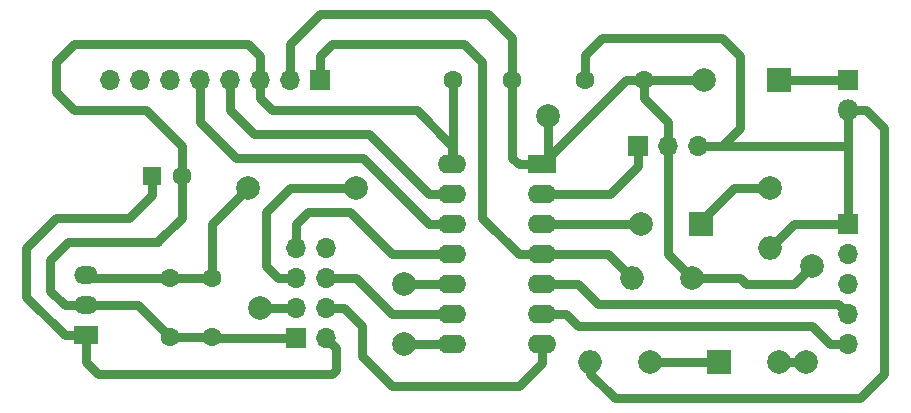
<source format=gbr>
G04 #@! TF.GenerationSoftware,KiCad,Pcbnew,(5.1.5)-3*
G04 #@! TF.CreationDate,2021-12-16T11:03:43-06:00*
G04 #@! TF.ProjectId,Gripper_Receiver,47726970-7065-4725-9f52-656365697665,rev?*
G04 #@! TF.SameCoordinates,Original*
G04 #@! TF.FileFunction,Copper,L1,Top*
G04 #@! TF.FilePolarity,Positive*
%FSLAX46Y46*%
G04 Gerber Fmt 4.6, Leading zero omitted, Abs format (unit mm)*
G04 Created by KiCad (PCBNEW (5.1.5)-3) date 2021-12-16 11:03:43*
%MOMM*%
%LPD*%
G04 APERTURE LIST*
%ADD10O,1.800000X1.800000*%
%ADD11R,1.800000X1.800000*%
%ADD12C,1.998980*%
%ADD13R,1.998980X1.998980*%
%ADD14C,1.600000*%
%ADD15C,2.000000*%
%ADD16R,2.000000X2.000000*%
%ADD17R,2.000000X1.500000*%
%ADD18O,2.000000X1.500000*%
%ADD19O,1.700000X1.700000*%
%ADD20R,1.700000X1.700000*%
%ADD21O,2.400000X1.600000*%
%ADD22R,2.400000X1.600000*%
%ADD23O,2.000000X2.000000*%
%ADD24R,1.600000X1.600000*%
%ADD25C,0.800000*%
G04 APERTURE END LIST*
D10*
X198120000Y-71120000D03*
D11*
X198120000Y-68580000D03*
D12*
X185928000Y-68580000D03*
D13*
X192278000Y-68580000D03*
D14*
X164672000Y-68580000D03*
X169672000Y-68580000D03*
D15*
X180594000Y-80772000D03*
D16*
X185674000Y-80772000D03*
D15*
X192278000Y-92456000D03*
D16*
X187198000Y-92456000D03*
D17*
X133604000Y-90170000D03*
D18*
X133604000Y-85090000D03*
X133604000Y-87630000D03*
D19*
X153924000Y-82804000D03*
X151384000Y-82804000D03*
X153924000Y-85344000D03*
X151384000Y-85344000D03*
X153924000Y-87884000D03*
X151384000Y-87884000D03*
X153924000Y-90424000D03*
D20*
X151384000Y-90424000D03*
D21*
X164592000Y-75692000D03*
X172212000Y-90932000D03*
X164592000Y-78232000D03*
X172212000Y-88392000D03*
X164592000Y-80772000D03*
X172212000Y-85852000D03*
X164592000Y-83312000D03*
X172212000Y-83312000D03*
X164592000Y-85852000D03*
X172212000Y-80772000D03*
X164592000Y-88392000D03*
X172212000Y-78232000D03*
X164592000Y-90932000D03*
D22*
X172212000Y-75692000D03*
D23*
X179832000Y-85344000D03*
D15*
X184912000Y-85344000D03*
D23*
X176276000Y-92456000D03*
D15*
X181356000Y-92456000D03*
D23*
X191516000Y-82804000D03*
D15*
X191516000Y-77724000D03*
D19*
X198120000Y-90932000D03*
X198120000Y-88392000D03*
X198120000Y-85852000D03*
X198120000Y-83312000D03*
D20*
X198120000Y-80772000D03*
D19*
X185420000Y-74168000D03*
X182880000Y-74168000D03*
D20*
X180340000Y-74168000D03*
D19*
X135636000Y-68580000D03*
X138176000Y-68580000D03*
X140716000Y-68580000D03*
X143256000Y-68580000D03*
X145796000Y-68580000D03*
X148336000Y-68580000D03*
X150876000Y-68580000D03*
D20*
X153416000Y-68580000D03*
D14*
X141692000Y-76708000D03*
D24*
X139192000Y-76708000D03*
D14*
X140716000Y-90344000D03*
X140716000Y-85344000D03*
X144272000Y-90344000D03*
X144272000Y-85344000D03*
X175848000Y-68580000D03*
X180848000Y-68580000D03*
D15*
X194564000Y-92456000D03*
X195072000Y-84328000D03*
X147320000Y-77724000D03*
X172720000Y-71628000D03*
X160528000Y-85852000D03*
X156464000Y-77724000D03*
X160528000Y-90932000D03*
X148336000Y-87884000D03*
D25*
X198120000Y-80772000D02*
X194564000Y-80772000D01*
X185420000Y-74168000D02*
X196342000Y-74168000D01*
X144352000Y-90424000D02*
X144272000Y-90344000D01*
X151384000Y-90424000D02*
X144352000Y-90424000D01*
X140716000Y-90344000D02*
X144272000Y-90344000D01*
X138002000Y-87630000D02*
X140716000Y-90344000D01*
X133604000Y-87630000D02*
X138002000Y-87630000D01*
X131804000Y-87630000D02*
X133604000Y-87630000D01*
X130556000Y-86382000D02*
X131804000Y-87630000D01*
X139700000Y-82296000D02*
X132080000Y-82296000D01*
X132080000Y-82296000D02*
X130556000Y-83820000D01*
X130556000Y-83820000D02*
X130556000Y-86382000D01*
X164672000Y-75612000D02*
X164592000Y-75692000D01*
X164672000Y-68580000D02*
X164672000Y-75612000D01*
X148336000Y-68580000D02*
X148336000Y-70104000D01*
X148336000Y-70104000D02*
X149352000Y-71120000D01*
X164592000Y-74092000D02*
X164592000Y-75692000D01*
X161620000Y-71120000D02*
X164592000Y-74092000D01*
X149352000Y-71120000D02*
X161620000Y-71120000D01*
X141692000Y-76708000D02*
X141692000Y-80224000D01*
X139700000Y-82216000D02*
X139700000Y-82296000D01*
X141692000Y-80224000D02*
X139700000Y-82216000D01*
X141692000Y-76708000D02*
X141692000Y-74128000D01*
X141692000Y-74128000D02*
X138684000Y-71120000D01*
X138684000Y-71120000D02*
X132588000Y-71120000D01*
X132588000Y-71120000D02*
X131064000Y-69596000D01*
X131064000Y-69596000D02*
X131064000Y-67056000D01*
X131064000Y-67056000D02*
X132588000Y-65532000D01*
X132588000Y-65532000D02*
X147320000Y-65532000D01*
X148336000Y-66548000D02*
X148336000Y-68580000D01*
X147320000Y-65532000D02*
X148336000Y-66548000D01*
X198120000Y-80772000D02*
X198120000Y-74168000D01*
X196342000Y-74168000D02*
X198120000Y-74168000D01*
X198120000Y-74168000D02*
X198120000Y-72390000D01*
X198120000Y-71120000D02*
X198120000Y-72390000D01*
X185420000Y-74168000D02*
X187452000Y-74168000D01*
X187452000Y-74168000D02*
X188976000Y-72644000D01*
X188976000Y-72644000D02*
X188976000Y-66548000D01*
X188976000Y-66548000D02*
X187452000Y-65024000D01*
X187452000Y-65024000D02*
X177292000Y-65024000D01*
X175848000Y-66468000D02*
X175848000Y-68580000D01*
X177292000Y-65024000D02*
X175848000Y-66468000D01*
X176276000Y-93445949D02*
X178334051Y-95504000D01*
X176276000Y-92456000D02*
X176276000Y-93445949D01*
X178334051Y-95504000D02*
X199136000Y-95504000D01*
X199136000Y-95504000D02*
X201168000Y-93472000D01*
X201168000Y-93472000D02*
X201168000Y-72644000D01*
X199644000Y-71120000D02*
X198120000Y-71120000D01*
X201168000Y-72644000D02*
X199644000Y-71120000D01*
X191516000Y-82804000D02*
X193548000Y-80772000D01*
X193548000Y-80772000D02*
X194564000Y-80772000D01*
X182880000Y-83312000D02*
X184912000Y-85344000D01*
X182880000Y-74168000D02*
X182880000Y-83312000D01*
X144272000Y-85344000D02*
X140716000Y-85344000D01*
X133858000Y-85344000D02*
X133604000Y-85090000D01*
X140716000Y-85344000D02*
X133858000Y-85344000D01*
X153416000Y-62992000D02*
X167640000Y-62992000D01*
X150876000Y-68580000D02*
X150876000Y-65532000D01*
X169672000Y-65024000D02*
X169672000Y-68580000D01*
X167640000Y-62992000D02*
X169672000Y-65024000D01*
X150876000Y-65532000D02*
X153416000Y-62992000D01*
X185928000Y-68580000D02*
X180848000Y-68580000D01*
X182880000Y-74168000D02*
X182880000Y-72136000D01*
X180848000Y-70104000D02*
X180848000Y-68580000D01*
X182880000Y-72136000D02*
X180848000Y-70104000D01*
X170212000Y-75692000D02*
X172212000Y-75692000D01*
X169672000Y-75152000D02*
X170212000Y-75692000D01*
X169672000Y-68580000D02*
X169672000Y-75152000D01*
X180848000Y-68580000D02*
X179324000Y-68580000D01*
X179324000Y-68580000D02*
X172212000Y-75692000D01*
X192278000Y-92456000D02*
X194564000Y-92456000D01*
X144272000Y-85344000D02*
X144272000Y-80772000D01*
X144272000Y-80772000D02*
X147320000Y-77724000D01*
X172720000Y-75184000D02*
X172212000Y-75692000D01*
X172720000Y-71628000D02*
X172720000Y-75184000D01*
X193548000Y-85852000D02*
X195072000Y-84328000D01*
X189484000Y-85852000D02*
X193548000Y-85852000D01*
X184912000Y-85344000D02*
X188976000Y-85344000D01*
X188976000Y-85344000D02*
X189484000Y-85852000D01*
X131804000Y-90170000D02*
X128524000Y-86890000D01*
X133604000Y-90170000D02*
X131804000Y-90170000D01*
X128524000Y-86890000D02*
X128524000Y-82804000D01*
X128524000Y-82804000D02*
X131064000Y-80264000D01*
X154773999Y-91273999D02*
X154773999Y-93130001D01*
X153924000Y-90424000D02*
X154773999Y-91273999D01*
X154773999Y-93130001D02*
X154432000Y-93472000D01*
X154432000Y-93472000D02*
X134620000Y-93472000D01*
X133604000Y-92456000D02*
X133604000Y-90170000D01*
X134620000Y-93472000D02*
X133604000Y-92456000D01*
X139192000Y-78308000D02*
X137236000Y-80264000D01*
X137236000Y-80264000D02*
X136144000Y-80264000D01*
X131064000Y-80264000D02*
X136144000Y-80264000D01*
X139192000Y-76708000D02*
X139192000Y-78308000D01*
X136144000Y-80264000D02*
X137160000Y-80264000D01*
X174212000Y-80772000D02*
X180594000Y-80772000D01*
X172212000Y-80772000D02*
X174212000Y-80772000D01*
X185166000Y-80772000D02*
X185166000Y-80518000D01*
X188468000Y-77724000D02*
X191516000Y-77724000D01*
X185674000Y-80772000D02*
X185674000Y-80518000D01*
X185674000Y-80518000D02*
X188468000Y-77724000D01*
X187198000Y-92456000D02*
X181356000Y-92456000D01*
X162592000Y-80772000D02*
X157004000Y-75184000D01*
X164592000Y-80772000D02*
X162592000Y-80772000D01*
X157004000Y-75184000D02*
X146304000Y-75184000D01*
X143256000Y-72136000D02*
X143256000Y-68580000D01*
X146304000Y-75184000D02*
X143256000Y-72136000D01*
X162592000Y-78232000D02*
X157512000Y-73152000D01*
X164592000Y-78232000D02*
X162592000Y-78232000D01*
X157512000Y-73152000D02*
X147828000Y-73152000D01*
X145796000Y-71120000D02*
X145796000Y-68580000D01*
X147828000Y-73152000D02*
X145796000Y-71120000D01*
X179832000Y-85344000D02*
X177800000Y-83312000D01*
X177800000Y-83312000D02*
X172212000Y-83312000D01*
X170212000Y-83312000D02*
X167132000Y-80232000D01*
X172212000Y-83312000D02*
X170212000Y-83312000D01*
X167132000Y-80232000D02*
X167132000Y-67056000D01*
X167132000Y-67056000D02*
X165608000Y-65532000D01*
X165608000Y-65532000D02*
X154432000Y-65532000D01*
X153416000Y-66548000D02*
X153416000Y-68580000D01*
X154432000Y-65532000D02*
X153416000Y-66548000D01*
X180340000Y-75818000D02*
X177926000Y-78232000D01*
X180340000Y-74168000D02*
X180340000Y-75818000D01*
X177926000Y-78232000D02*
X172212000Y-78232000D01*
X198120000Y-68580000D02*
X192278000Y-68580000D01*
X198120000Y-90932000D02*
X196596000Y-90932000D01*
X196596000Y-90932000D02*
X195072000Y-89408000D01*
X195072000Y-89408000D02*
X175260000Y-89408000D01*
X174244000Y-88392000D02*
X172212000Y-88392000D01*
X175260000Y-89408000D02*
X174244000Y-88392000D01*
X197270001Y-87542001D02*
X176950001Y-87542001D01*
X198120000Y-88392000D02*
X197270001Y-87542001D01*
X175260000Y-85852000D02*
X172212000Y-85852000D01*
X176950001Y-87542001D02*
X175260000Y-85852000D01*
X172212000Y-92532000D02*
X170256000Y-94488000D01*
X172212000Y-90932000D02*
X172212000Y-92532000D01*
X170256000Y-94488000D02*
X159512000Y-94488000D01*
X159512000Y-94488000D02*
X156972000Y-91948000D01*
X156972000Y-91948000D02*
X156972000Y-89408000D01*
X155448000Y-87884000D02*
X153924000Y-87884000D01*
X156972000Y-89408000D02*
X155448000Y-87884000D01*
X164592000Y-83312000D02*
X159512000Y-83312000D01*
X159512000Y-83312000D02*
X155956000Y-79756000D01*
X155956000Y-79756000D02*
X152400000Y-79756000D01*
X151384000Y-80772000D02*
X151384000Y-82804000D01*
X152400000Y-79756000D02*
X151384000Y-80772000D01*
X164592000Y-85852000D02*
X160528000Y-85852000D01*
X156464000Y-77724000D02*
X150876000Y-77724000D01*
X150876000Y-77724000D02*
X148844000Y-79756000D01*
X148844000Y-79756000D02*
X148844000Y-84328000D01*
X149860000Y-85344000D02*
X151384000Y-85344000D01*
X148844000Y-84328000D02*
X149860000Y-85344000D01*
X164592000Y-88392000D02*
X159512000Y-88392000D01*
X156464000Y-85344000D02*
X153924000Y-85344000D01*
X159512000Y-88392000D02*
X156464000Y-85344000D01*
X164592000Y-90932000D02*
X160528000Y-90932000D01*
X148336000Y-87884000D02*
X151384000Y-87884000D01*
M02*

</source>
